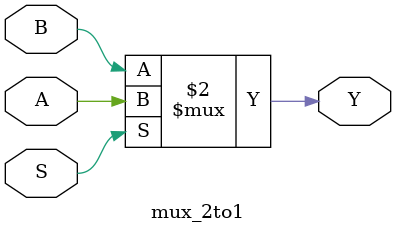
<source format=sv>
module dadda_multiplier(s,a,b);
  output [7:0]s;
  input [3:0]a,b;
  wire [11:0]w;
  wire [5:0]x,y;
  wire [15:0]p;
  
  ppg p1(p,a,b);
  
  assign s[0]=p[0];
  
  HA_CSLA_BEC1 h1(p[8],p[7],p[6],w[0],w[1]);
  HA_CSLA_BEC1 h2(p[11],p[12],p[10],w[2],w[3]);
  HA_CSLA_BEC1 h3(w[3],p[14],p[13],w[10],w[11]);
  
  half_adder ha1(p[4],p[5],w[4],w[5]);
  half_adder ha2(p[9],w[0],w[6],w[7]);
  half_adder ha3(w[1],w[2],w[8],w[9]);
  
  assign x={w[11],w[9],w[7],w[5],p[3],p[1]},y={p[15],w[10],w[8],w[6],w[4],p[2]};
  
  rca r1(x,y,1'b0,s[7:1]);
endmodule 

module HA_CSLA_BEC1(A,B,Cin,Y,Cout);
  input A,B,Cin;
  output Y,Cout;
  wire a,b,c,d,e,f;
  half_adder h1(A,B,a,b);
  assign c= ~a;
  assign e = a^b;
  mux_2to1 m1(c,a,Cin,Y);
  mux_2to1 m2(e,b,Cin,Cout);
endmodule

module half_adder(A,B,Y,Cout);
  input A,B;
  output Y,Cout;
  
  assign {Cout,Y}=A+B;
endmodule

module ppg(p,a,b);
  input[3:0]a,b;
  output [15:0]p;
  
  and (p[0],a[0],b[0]),(p[1],a[1],b[0]),(p[2],a[0],b[1]),(p[3],a[2],b[0]),(p[4],a[0],b[2]),(p[5],a[1],b[1]),(p[6],a[2],b[1]),(p[7],a[1],b[2]),(p[8],a[0],b[3]),(p[9],a[3],b[0]),(p[10],a[3],b[1]),(p[11],a[1],b[3]),(p[12],a[2],b[2]),(p[13],a[3],b[2]),(p[14],a[2],b[3]),(p[15],a[3],b[3]);
endmodule

module rca(
  input [5:0]a,b,
    input cin,
  output [6:0]sum);

wire c1,c2,c3,c4,c5;      //Carry out of each full adder

assign cin=1'b0;
  
full_adder fa0(a[0],b[0],cin,sum[0],c1);
full_adder fa1(a[1],b[1],c1,sum[1],c2);
full_adder fa2(a[2],b[2],c2,sum[2],c3);
full_adder fa3(a[3],b[3],c3,sum[3],c4);
full_adder fa4(a[4],b[4],c4,sum[4],c5);
full_adder fa5(a[5],b[5],c5,sum[5],sum[6]);
endmodule

module full_adder(A,B,Cin,Y,Cout);
  input A,B,Cin;
  output Y,Cout;
  
  assign {Cout,Y}=A+B+Cin;
endmodule

module mux_2to1 (
    input wire A,  // Input A
    input wire B,  // Input B
    input wire S,  // Select input
    output wire Y  // Output
);

  assign Y = (S == 1'b1) ? A : B; // MUX logic

endmodule 

</source>
